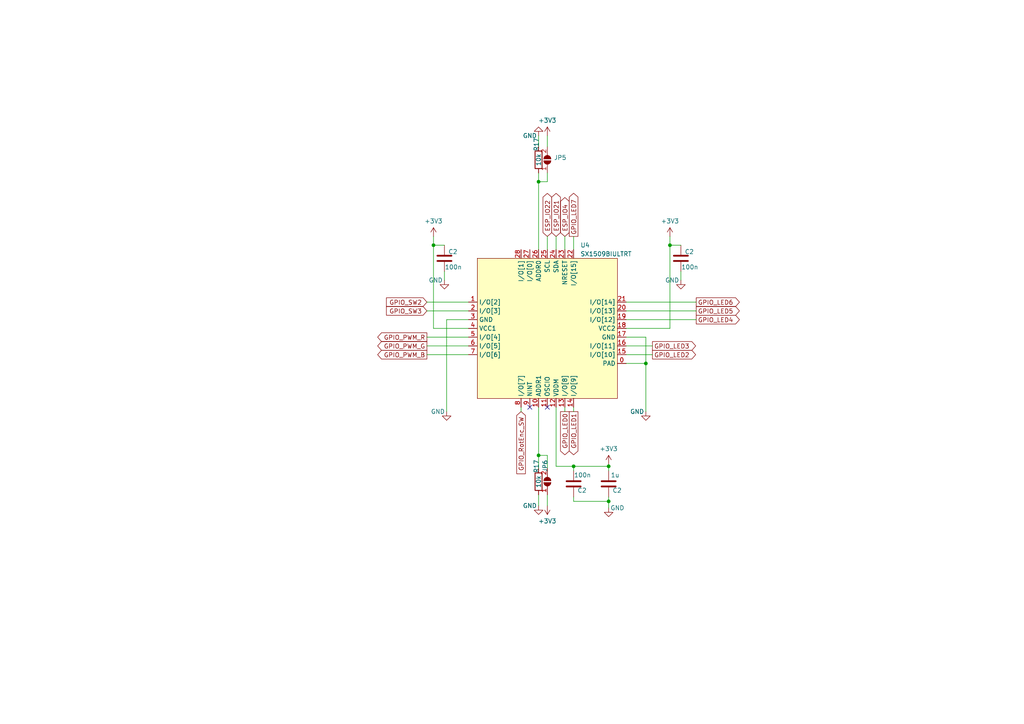
<source format=kicad_sch>
(kicad_sch (version 20230121) (generator eeschema)
  (paper "A4")
  (lib_symbols
    (symbol "Device:C" (pin_numbers hide) (pin_names (offset 0.254))
      (property "Reference" "C" (at 0.635 2.54 0))
      (property "Value" "C" (at 0.635 -2.54 0))
      (symbol "C_0_1"
        (polyline (pts (xy -2.032 -0.762) (xy 2.032 -0.762)) (stroke (width 0.508)))
        (polyline (pts (xy -2.032 0.762) (xy 2.032 0.762)) (stroke (width 0.508)))
      )
      (symbol "C_1_1"
        (pin passive line (at 0 3.81 270) (length 2.794) (name "~") (number "1"))
        (pin passive line (at 0 -3.81 90) (length 2.794) (name "~") (number "2"))
      )
    )
    (symbol "Device:R" (pin_numbers hide) (pin_names (offset 0))
      (property "Reference" "R" (at 2.032 0 90))
      (property "Value" "R" (at 0 0 90))
      (symbol "R_0_1"
        (rectangle (start -1.016 -2.54) (end 1.016 2.54) (stroke (width 0.254)))
      )
      (symbol "R_1_1"
        (pin passive line (at 0 3.81 270) (length 1.27) (name "~") (number "1"))
        (pin passive line (at 0 -3.81 90) (length 1.27) (name "~") (number "2"))
      )
    )
    (symbol "EduboardV2_kicadlib:SX1509BIULTRT"
      (property "Reference" "U?" (at 0 27.94 0))
      (property "Value" "SX1509BIULTRT" (at 0 -27.94 0))
      (symbol "SX1509BIULTRT_0_1"
        (rectangle (start -20.32 20.32) (end 20.32 -20.32) (fill (type background)))
        (pin unspecified line (at 22.86 -10.16 180) (length 2.54) (name "PAD") (number "0"))
        (pin unspecified line (at -22.86 7.62 0) (length 2.54) (name "I/O[2]") (number "1"))
        (pin unspecified line (at -2.54 -22.86 90) (length 2.54) (name "ADDR1") (number "10"))
        (pin unspecified line (at 0 -22.86 90) (length 2.54) (name "OSCIO") (number "11"))
        (pin unspecified line (at 2.54 -22.86 90) (length 2.54) (name "VDDM") (number "12"))
        (pin unspecified line (at 5.08 -22.86 90) (length 2.54) (name "I/O[8]") (number "13"))
        (pin unspecified line (at 7.62 -22.86 90) (length 2.54) (name "I/O[9]") (number "14"))
        (pin unspecified line (at 22.86 -7.62 180) (length 2.54) (name "I/O[10]") (number "15"))
        (pin unspecified line (at 22.86 -5.08 180) (length 2.54) (name "I/O[11]") (number "16"))
        (pin unspecified line (at 22.86 -2.54 180) (length 2.54) (name "GND") (number "17"))
        (pin unspecified line (at 22.86 0 180) (length 2.54) (name "VCC2") (number "18"))
        (pin unspecified line (at 22.86 2.54 180) (length 2.54) (name "I/O[12]") (number "19"))
        (pin unspecified line (at -22.86 5.08 0) (length 2.54) (name "I/O[3]") (number "2"))
        (pin unspecified line (at 22.86 5.08 180) (length 2.54) (name "I/O[13]") (number "20"))
        (pin unspecified line (at 22.86 7.62 180) (length 2.54) (name "I/O[14]") (number "21"))
        (pin unspecified line (at 7.62 22.86 270) (length 2.54) (name "I/O[15]") (number "22"))
        (pin unspecified line (at 5.08 22.86 270) (length 2.54) (name "NRESET") (number "23"))
        (pin unspecified line (at 2.54 22.86 270) (length 2.54) (name "SDA") (number "24"))
        (pin unspecified line (at 0 22.86 270) (length 2.54) (name "SCL") (number "25"))
        (pin unspecified line (at -2.54 22.86 270) (length 2.54) (name "ADDR0") (number "26"))
        (pin unspecified line (at -5.08 22.86 270) (length 2.54) (name "I/O[0]") (number "27"))
        (pin unspecified line (at -7.62 22.86 270) (length 2.54) (name "I/O[1]") (number "28"))
        (pin unspecified line (at -22.86 2.54 0) (length 2.54) (name "GND") (number "3"))
        (pin unspecified line (at -22.86 0 0) (length 2.54) (name "VCC1") (number "4"))
        (pin unspecified line (at -22.86 -2.54 0) (length 2.54) (name "I/O[4]") (number "5"))
        (pin unspecified line (at -22.86 -5.08 0) (length 2.54) (name "I/O[5]") (number "6"))
        (pin unspecified line (at -22.86 -7.62 0) (length 2.54) (name "I/O[6]") (number "7"))
        (pin unspecified line (at -7.62 -22.86 90) (length 2.54) (name "I/O[7]") (number "8"))
        (pin unspecified line (at -5.08 -22.86 90) (length 2.54) (name "NINT") (number "9"))
      )
    )
    (symbol "Jumper:SolderJumper_2_Open" (pin_names (offset 0) hide)
      (property "Reference" "JP" (at 0 2.032 0))
      (property "Value" "SolderJumper_2_Open" (at 0 -2.54 0))
      (symbol "SolderJumper_2_Open_0_1"
        (arc (start -0.254 1.016) (mid -1.2656 0) (end -0.254 -1.016))
        (arc (start -0.254 1.016) (mid -1.2656 0) (end -0.254 -1.016) (fill (type outline)))
        (polyline (pts (xy -0.254 1.016) (xy -0.254 -1.016)))
        (polyline (pts (xy 0.254 1.016) (xy 0.254 -1.016)))
        (arc (start 0.254 -1.016) (mid 1.2656 0) (end 0.254 1.016))
        (arc (start 0.254 -1.016) (mid 1.2656 0) (end 0.254 1.016) (fill (type outline)))
      )
      (symbol "SolderJumper_2_Open_1_1"
        (pin passive line (at -3.81 0 0) (length 2.54) (name "A") (number "1"))
        (pin passive line (at 3.81 0 180) (length 2.54) (name "B") (number "2"))
      )
    )
    (symbol "power:+3V3" (power) (pin_names (offset 0))
      (property "Value" "+3V3" (at 0 3.556 0))
      (symbol "+3V3_0_1"
        (polyline (pts (xy -0.762 1.27) (xy 0 2.54)))
        (polyline (pts (xy 0 0) (xy 0 2.54)))
        (polyline (pts (xy 0 2.54) (xy 0.762 1.27)))
      )
      (symbol "+3V3_1_1"
        (pin power_in line (at 0 0 90) (length 0) hide (name "+3V3") (number "1"))
      )
    )
    (symbol "power:GND" (power) (pin_names (offset 0))
      (property "Value" "GND" (at 0 -3.81 0))
      (symbol "GND_0_1"
        (polyline (pts (xy 0 0) (xy 0 -1.27) (xy 1.27 -1.27) (xy 0 -2.54) (xy -1.27 -1.27) (xy 0 -1.27)))
      )
      (symbol "GND_1_1"
        (pin power_in line (at 0 0 270) (length 0) hide (name "GND") (number "1"))
      )
    )
  )
  (junction (at 166.37 135.255))
  (junction (at 176.53 145.415))
  (junction (at 176.53 135.255))
  (junction (at 156.21 132.08))
  (junction (at 156.21 52.705))
  (junction (at 187.325 105.41))
  (junction (at 125.73 71.12))
  (junction (at 194.31 71.12))
  (no_connect (at 158.75 118.11))
  (no_connect (at 153.67 118.11))
  (wire (pts (xy 156.21 52.705) (xy 156.21 72.39)))
  (wire (pts (xy 129.54 119.38) (xy 129.54 92.71)))
  (wire (pts (xy 181.61 90.17) (xy 201.93 90.17)))
  (wire (pts (xy 125.73 95.25) (xy 135.89 95.25)))
  (wire (pts (xy 181.61 87.63) (xy 201.93 87.63)))
  (wire (pts (xy 187.325 97.79) (xy 181.61 97.79)))
  (wire (pts (xy 194.31 95.25) (xy 181.61 95.25)))
  (wire (pts (xy 158.75 68.58) (xy 158.75 72.39)))
  (wire (pts (xy 181.61 102.87) (xy 189.23 102.87)))
  (wire (pts (xy 194.31 71.12) (xy 194.31 95.25)))
  (wire (pts (xy 166.37 68.58) (xy 166.37 72.39)))
  (wire (pts (xy 187.325 119.38) (xy 187.325 105.41)))
  (wire (pts (xy 123.825 97.79) (xy 135.89 97.79)))
  (wire (pts (xy 156.21 50.165) (xy 156.21 52.705)))
  (wire (pts (xy 156.21 39.37) (xy 156.21 42.545)))
  (wire (pts (xy 156.21 132.08) (xy 158.75 132.08)))
  (wire (pts (xy 163.83 118.11) (xy 163.83 119.38)))
  (wire (pts (xy 194.31 71.12) (xy 197.485 71.12)))
  (wire (pts (xy 163.83 68.58) (xy 163.83 72.39)))
  (wire (pts (xy 166.37 118.11) (xy 166.37 119.38)))
  (wire (pts (xy 123.825 90.17) (xy 135.89 90.17)))
  (wire (pts (xy 181.61 105.41) (xy 187.325 105.41)))
  (wire (pts (xy 176.53 136.525) (xy 176.53 135.255)))
  (wire (pts (xy 158.75 52.705) (xy 156.21 52.705)))
  (wire (pts (xy 161.29 135.255) (xy 161.29 118.11)))
  (wire (pts (xy 128.905 78.74) (xy 128.905 81.28)))
  (wire (pts (xy 166.37 144.145) (xy 166.37 145.415)))
  (wire (pts (xy 161.29 68.58) (xy 161.29 72.39)))
  (wire (pts (xy 151.13 118.11) (xy 151.13 119.38)))
  (wire (pts (xy 187.325 105.41) (xy 187.325 97.79)))
  (wire (pts (xy 181.61 100.33) (xy 189.23 100.33)))
  (wire (pts (xy 125.73 68.58) (xy 125.73 71.12)))
  (wire (pts (xy 194.31 68.58) (xy 194.31 71.12)))
  (wire (pts (xy 125.73 71.12) (xy 125.73 95.25)))
  (wire (pts (xy 176.53 135.255) (xy 176.53 134.62)))
  (wire (pts (xy 156.21 143.51) (xy 156.21 146.685)))
  (wire (pts (xy 129.54 92.71) (xy 135.89 92.71)))
  (wire (pts (xy 197.485 78.74) (xy 197.485 81.28)))
  (wire (pts (xy 181.61 92.71) (xy 201.93 92.71)))
  (wire (pts (xy 158.75 39.37) (xy 158.75 42.545)))
  (wire (pts (xy 176.53 147.32) (xy 176.53 145.415)))
  (wire (pts (xy 166.37 135.255) (xy 176.53 135.255)))
  (wire (pts (xy 125.73 71.12) (xy 128.905 71.12)))
  (wire (pts (xy 166.37 136.525) (xy 166.37 135.255)))
  (wire (pts (xy 176.53 145.415) (xy 176.53 144.145)))
  (wire (pts (xy 123.825 100.33) (xy 135.89 100.33)))
  (wire (pts (xy 166.37 145.415) (xy 176.53 145.415)))
  (wire (pts (xy 123.825 102.87) (xy 135.89 102.87)))
  (wire (pts (xy 158.75 50.165) (xy 158.75 52.705)))
  (wire (pts (xy 123.825 87.63) (xy 135.89 87.63)))
  (wire (pts (xy 156.21 135.89) (xy 156.21 132.08)))
  (wire (pts (xy 158.75 132.08) (xy 158.75 135.89)))
  (wire (pts (xy 156.21 118.11) (xy 156.21 132.08)))
  (wire (pts (xy 166.37 135.255) (xy 161.29 135.255)))
  (wire (pts (xy 158.75 143.51) (xy 158.75 146.685)))
  (global_label "ESP_IO22" (shape bidirectional) (at 158.75 68.58 90) (property "Intersheetrefs" "${INTERSHEET_REFS}" (effects hide)))
  (global_label "GPIO_PWM_G" (shape output) (at 123.825 100.33 180) (property "Intersheetrefs" "${INTERSHEET_REFS}" (effects hide)))
  (global_label "GPIO_RotEnc_SW" (shape input) (at 151.13 119.38 270) (property "Intersheetrefs" "${INTERSHEET_REFS}" (effects hide)))
  (global_label "GPIO_PWM_R" (shape output) (at 123.825 97.79 180) (property "Intersheetrefs" "${INTERSHEET_REFS}" (effects hide)))
  (global_label "GPIO_PWM_B" (shape output) (at 123.825 102.87 180) (property "Intersheetrefs" "${INTERSHEET_REFS}" (effects hide)))
  (global_label "GPIO_LED7" (shape output) (at 166.37 68.58 90) (property "Intersheetrefs" "${INTERSHEET_REFS}" (effects hide)))
  (global_label "GPIO_LED0" (shape output) (at 163.83 119.38 270) (property "Intersheetrefs" "${INTERSHEET_REFS}" (effects hide)))
  (global_label "GPIO_LED6" (shape output) (at 201.93 87.63 0) (property "Intersheetrefs" "${INTERSHEET_REFS}" (effects hide)))
  (global_label "GPIO_SW2" (shape input) (at 123.825 87.63 180) (property "Intersheetrefs" "${INTERSHEET_REFS}" (effects hide)))
  (global_label "GPIO_LED2" (shape output) (at 189.23 102.87 0) (property "Intersheetrefs" "${INTERSHEET_REFS}" (effects hide)))
  (global_label "GPIO_SW3" (shape input) (at 123.825 90.17 180) (property "Intersheetrefs" "${INTERSHEET_REFS}" (effects hide)))
  (global_label "ESP_IO21" (shape bidirectional) (at 161.29 68.58 90) (property "Intersheetrefs" "${INTERSHEET_REFS}" (effects hide)))
  (global_label "ESP_IO4" (shape bidirectional) (at 163.83 68.58 90) (property "Intersheetrefs" "${INTERSHEET_REFS}" (effects hide)))
  (global_label "GPIO_LED4" (shape output) (at 201.93 92.71 0) (property "Intersheetrefs" "${INTERSHEET_REFS}" (effects hide)))
  (global_label "GPIO_LED3" (shape output) (at 189.23 100.33 0) (property "Intersheetrefs" "${INTERSHEET_REFS}" (effects hide)))
  (global_label "GPIO_LED5" (shape output) (at 201.93 90.17 0) (property "Intersheetrefs" "${INTERSHEET_REFS}" (effects hide)))
  (global_label "GPIO_LED1" (shape output) (at 166.37 119.38 270) (property "Intersheetrefs" "${INTERSHEET_REFS}" (effects hide)))
  (symbol (lib_id "Device:R") (at 156.21 46.355 0) (unit 1)
    (property "Reference" "R17" (at 155.575 41.91 90))
    (property "Value" "10k" (at 156.21 46.355 90))
    (instances (project "EduboardV2_ESP32" (path "" (reference "R17") (unit 1)) (path "" (reference "R23") (unit 1)) (path "" (reference "R23") (unit 1))))
  )
  (symbol (lib_id "Jumper:SolderJumper_2_Open") (at 158.75 46.355 90) (unit 1)
    (property "Reference" "JP5" (at 160.655 45.72 90) (effects (justify right)))
    (property "Value" "SolderJumper_2_Open" (effects hide))
  )
  (symbol (lib_id "Device:C") (at 197.485 74.93 0) (mirror y) (unit 1)
    (property "Reference" "C2" (at 201.295 73.025 0) (effects (justify left)))
    (property "Value" "100n" (at 202.565 77.47 0) (effects (justify left)))
    (instances (project "EduboardV2_ESP32" (path "" (reference "C2") (unit 1)) (path "" (reference "C19") (unit 1)) (path "" (reference "C24") (unit 1))))
  )
  (symbol (lib_id "power:GND") (at 156.21 146.685 0) (unit 1)
    (property "Reference" "#PWR06" (effects hide))
    (property "Value" "GND" (at 153.67 146.685 0))
    (instances (project "EduboardV2_ESP32" (path "" (reference "#PWR06") (unit 1)) (path "" (reference "#PWR044") (unit 1)) (path "" (reference "#PWR053") (unit 1))))
  )
  (symbol (lib_id "power:+3V3") (at 194.31 68.58 0) (mirror y) (unit 1)
    (property "Reference" "#PWR04" (effects hide))
    (property "Value" "+3V3" (at 194.31 64.135 0))
    (instances (project "EduboardV2_ESP32" (path "" (reference "#PWR04") (unit 1)) (path "" (reference "#PWR042") (unit 1)) (path "" (reference "#PWR061") (unit 1))))
  )
  (symbol (lib_id "power:+3V3") (at 158.75 39.37 0) (mirror y) (unit 1)
    (property "Reference" "#PWR04" (effects hide))
    (property "Value" "+3V3" (at 158.75 34.925 0))
    (instances (project "EduboardV2_ESP32" (path "" (reference "#PWR04") (unit 1)) (path "" (reference "#PWR042") (unit 1)) (path "" (reference "#PWR055") (unit 1))))
  )
  (symbol (lib_id "EduboardV2_kicadlib:SX1509BIULTRT") (at 158.75 95.25 0) (unit 1)
    (property "Reference" "U4" (at 168.3259 71.12 0) (effects (justify left)))
    (property "Value" "SX1509BIULTRT" (at 168.3259 73.66 0) (effects (justify left)))
    (property "Footprint" "QFN-28_L4.0-W4.0-P0.40-BL-EP" (effects hide))
    (property "Datasheet" "https://lcsc.com/product-detail/LED-Drivers_SEMTECH_SX1509BIULTRT_SX1509BIULTRT_C128430.html" (effects hide))
    (property "Manufacturer" "SEMTECH" (effects hide))
    (property "LCSC Part" "C128430" (effects hide))
    (property "JLC Part" "Extended Part" (effects hide))
  )
  (symbol (lib_id "Jumper:SolderJumper_2_Open") (at 158.75 139.7 90) (unit 1)
    (property "Reference" "JP6" (at 158.115 133.35 0) (effects (justify right)))
    (property "Value" "SolderJumper_2_Open" (effects hide))
  )
  (symbol (lib_id "power:GND") (at 187.325 119.38 0) (unit 1)
    (property "Reference" "#PWR06" (effects hide))
    (property "Value" "GND" (at 184.785 119.38 0))
    (instances (project "EduboardV2_ESP32" (path "" (reference "#PWR06") (unit 1)) (path "" (reference "#PWR044") (unit 1)) (path "" (reference "#PWR058") (unit 1))))
  )
  (symbol (lib_id "Device:C") (at 166.37 140.335 180) (unit 1)
    (property "Reference" "C2" (at 170.18 142.24 0) (effects (justify left)))
    (property "Value" "100n" (at 171.45 137.795 0) (effects (justify left)))
    (instances (project "EduboardV2_ESP32" (path "" (reference "C2") (unit 1)) (path "" (reference "C19") (unit 1)) (path "" (reference "C22") (unit 1))))
  )
  (symbol (lib_id "power:GND") (at 128.905 81.28 0) (unit 1)
    (property "Reference" "#PWR06" (effects hide))
    (property "Value" "GND" (at 126.365 81.28 0))
    (instances (project "EduboardV2_ESP32" (path "" (reference "#PWR06") (unit 1)) (path "" (reference "#PWR044") (unit 1)) (path "" (reference "#PWR063") (unit 1))))
  )
  (symbol (lib_id "power:+3V3") (at 176.53 134.62 0) (mirror y) (unit 1)
    (property "Reference" "#PWR04" (effects hide))
    (property "Value" "+3V3" (at 176.53 130.175 0))
    (instances (project "EduboardV2_ESP32" (path "" (reference "#PWR04") (unit 1)) (path "" (reference "#PWR042") (unit 1)) (path "" (reference "#PWR059") (unit 1))))
  )
  (symbol (lib_id "power:GND") (at 129.54 119.38 0) (unit 1)
    (property "Reference" "#PWR06" (effects hide))
    (property "Value" "GND" (at 127 119.38 0))
    (instances (project "EduboardV2_ESP32" (path "" (reference "#PWR06") (unit 1)) (path "" (reference "#PWR044") (unit 1)) (path "" (reference "#PWR057") (unit 1))))
  )
  (symbol (lib_id "power:GND") (at 197.485 81.28 0) (unit 1)
    (property "Reference" "#PWR06" (effects hide))
    (property "Value" "GND" (at 194.945 81.28 0))
    (instances (project "EduboardV2_ESP32" (path "" (reference "#PWR06") (unit 1)) (path "" (reference "#PWR044") (unit 1)) (path "" (reference "#PWR062") (unit 1))))
  )
  (symbol (lib_id "power:+3V3") (at 158.75 146.685 180) (unit 1)
    (property "Reference" "#PWR04" (effects hide))
    (property "Value" "+3V3" (at 158.75 151.13 0))
    (instances (project "EduboardV2_ESP32" (path "" (reference "#PWR04") (unit 1)) (path "" (reference "#PWR042") (unit 1)) (path "" (reference "#PWR052") (unit 1))))
  )
  (symbol (lib_id "power:GND") (at 156.21 39.37 0) (mirror x) (unit 1)
    (property "Reference" "#PWR06" (effects hide))
    (property "Value" "GND" (at 153.67 39.37 0))
    (instances (project "EduboardV2_ESP32" (path "" (reference "#PWR06") (unit 1)) (path "" (reference "#PWR044") (unit 1)) (path "" (reference "#PWR054") (unit 1))))
  )
  (symbol (lib_id "power:GND") (at 176.53 147.32 0) (mirror y) (unit 1)
    (property "Reference" "#PWR06" (effects hide))
    (property "Value" "GND" (at 179.07 147.32 0))
    (instances (project "EduboardV2_ESP32" (path "" (reference "#PWR06") (unit 1)) (path "" (reference "#PWR044") (unit 1)) (path "" (reference "#PWR060") (unit 1))))
  )
  (symbol (lib_id "power:+3V3") (at 125.73 68.58 0) (mirror y) (unit 1)
    (property "Reference" "#PWR04" (effects hide))
    (property "Value" "+3V3" (at 125.73 64.135 0))
    (instances (project "EduboardV2_ESP32" (path "" (reference "#PWR04") (unit 1)) (path "" (reference "#PWR042") (unit 1)) (path "" (reference "#PWR056") (unit 1))))
  )
  (symbol (lib_id "Device:C") (at 128.905 74.93 0) (mirror y) (unit 1)
    (property "Reference" "C2" (at 132.715 73.025 0) (effects (justify left)))
    (property "Value" "100n" (at 133.985 77.47 0) (effects (justify left)))
    (instances (project "EduboardV2_ESP32" (path "" (reference "C2") (unit 1)) (path "" (reference "C19") (unit 1)) (path "" (reference "C23") (unit 1))))
  )
  (symbol (lib_id "Device:R") (at 156.21 139.7 0) (unit 1)
    (property "Reference" "R17" (at 155.575 135.255 90))
    (property "Value" "10k" (at 156.21 139.7 90))
    (instances (project "EduboardV2_ESP32" (path "" (reference "R17") (unit 1)) (path "" (reference "R24") (unit 1)) (path "" (reference "R24") (unit 1))))
  )
  (symbol (lib_id "Device:C") (at 176.53 140.335 180) (unit 1)
    (property "Reference" "C2" (at 180.34 142.24 0) (effects (justify left)))
    (property "Value" "1u" (at 179.705 137.795 0) (effects (justify left)))
    (instances (project "EduboardV2_ESP32" (path "" (reference "C2") (unit 1)) (path "" (reference "C20") (unit 1)) (path "" (reference "C21") (unit 1))))
  )
)
</source>
